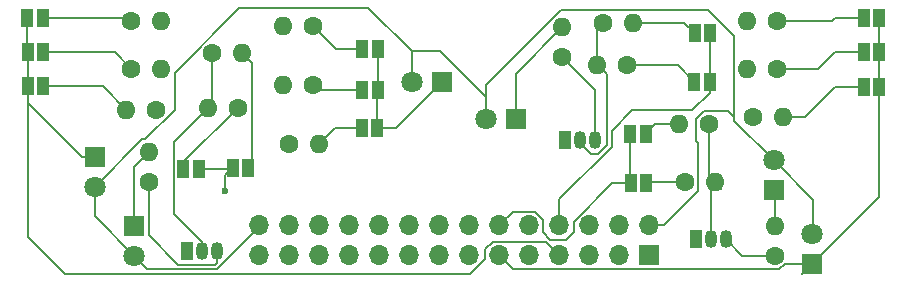
<source format=gbr>
%TF.GenerationSoftware,KiCad,Pcbnew,8.0.0*%
%TF.CreationDate,2024-03-28T15:17:03+02:00*%
%TF.ProjectId,EEE3088F_MHMZAM005_Sensing,45454533-3038-4384-965f-4d484d5a414d,rev?*%
%TF.SameCoordinates,Original*%
%TF.FileFunction,Copper,L1,Top*%
%TF.FilePolarity,Positive*%
%FSLAX46Y46*%
G04 Gerber Fmt 4.6, Leading zero omitted, Abs format (unit mm)*
G04 Created by KiCad (PCBNEW 8.0.0) date 2024-03-28 15:17:03*
%MOMM*%
%LPD*%
G01*
G04 APERTURE LIST*
%TA.AperFunction,SMDPad,CuDef*%
%ADD10R,1.000000X1.500000*%
%TD*%
%TA.AperFunction,ComponentPad*%
%ADD11C,1.600000*%
%TD*%
%TA.AperFunction,ComponentPad*%
%ADD12O,1.600000X1.600000*%
%TD*%
%TA.AperFunction,ComponentPad*%
%ADD13R,1.800000X1.800000*%
%TD*%
%TA.AperFunction,ComponentPad*%
%ADD14C,1.800000*%
%TD*%
%TA.AperFunction,ComponentPad*%
%ADD15R,1.050000X1.500000*%
%TD*%
%TA.AperFunction,ComponentPad*%
%ADD16O,1.050000X1.500000*%
%TD*%
%TA.AperFunction,ComponentPad*%
%ADD17R,1.700000X1.700000*%
%TD*%
%TA.AperFunction,ComponentPad*%
%ADD18O,1.700000X1.700000*%
%TD*%
%TA.AperFunction,ViaPad*%
%ADD19C,0.600000*%
%TD*%
%TA.AperFunction,Conductor*%
%ADD20C,0.200000*%
%TD*%
G04 APERTURE END LIST*
D10*
%TO.P,JP4,1,A*%
%TO.N,PA4*%
X82150000Y-67700000D03*
%TO.P,JP4,2,B*%
%TO.N,Net-(JP4-B)*%
X83450000Y-67700000D03*
%TD*%
D11*
%TO.P,R7,1*%
%TO.N,Net-(JP7-B)*%
X145640000Y-68000000D03*
D12*
%TO.P,R7,2*%
%TO.N,GND*%
X143100000Y-68000000D03*
%TD*%
D13*
%TO.P,D1,1,1*%
%TO.N,Net-(D1-Pad1)*%
X123475000Y-76275000D03*
D14*
%TO.P,D1,2,2*%
%TO.N,3V3*%
X120935000Y-76275000D03*
%TD*%
D11*
%TO.P,R11,1*%
%TO.N,Net-(JP11-B)*%
X132945000Y-71700000D03*
D12*
%TO.P,R11,2*%
%TO.N,Net-(Q4-B)*%
X130405000Y-71700000D03*
%TD*%
D11*
%TO.P,R10,1*%
%TO.N,Net-(Q4-B)*%
X130900000Y-68100000D03*
D12*
%TO.P,R10,2*%
%TO.N,Net-(JP10-B)*%
X133440000Y-68100000D03*
%TD*%
D11*
%TO.P,R2,1*%
%TO.N,Net-(JP2-B)*%
X106340000Y-73400000D03*
D12*
%TO.P,R2,2*%
%TO.N,GND*%
X103800000Y-73400000D03*
%TD*%
D10*
%TO.P,JP1,1,A*%
%TO.N,PA3*%
X111800000Y-70300000D03*
%TO.P,JP1,2,B*%
%TO.N,Net-(JP1-B)*%
X110500000Y-70300000D03*
%TD*%
%TO.P,JP15,1,A*%
%TO.N,PE13*%
X133250000Y-81700000D03*
%TO.P,JP15,2,B*%
%TO.N,Net-(JP15-B)*%
X134550000Y-81700000D03*
%TD*%
%TO.P,JP13,1,A*%
%TO.N,PE14*%
X96650000Y-80500000D03*
%TO.P,JP13,2,B*%
%TO.N,Net-(JP13-B)*%
X95350000Y-80500000D03*
%TD*%
%TO.P,JP2,1,A*%
%TO.N,PA3*%
X111800000Y-73800000D03*
%TO.P,JP2,2,B*%
%TO.N,Net-(JP2-B)*%
X110500000Y-73800000D03*
%TD*%
D11*
%TO.P,R8,1*%
%TO.N,Net-(JP8-B)*%
X145640000Y-72050000D03*
D12*
%TO.P,R8,2*%
%TO.N,GND*%
X143100000Y-72050000D03*
%TD*%
D13*
%TO.P,Q1,1*%
%TO.N,PA3*%
X117250000Y-73125000D03*
D14*
%TO.P,Q1,2*%
%TO.N,3V3*%
X114710000Y-73125000D03*
%TD*%
D10*
%TO.P,JP7,1,A*%
%TO.N,PA5*%
X154250000Y-67700000D03*
%TO.P,JP7,2,B*%
%TO.N,Net-(JP7-B)*%
X152950000Y-67700000D03*
%TD*%
D13*
%TO.P,Q2,1*%
%TO.N,PA4*%
X87825000Y-79450000D03*
D14*
%TO.P,Q2,2*%
%TO.N,3V3*%
X87825000Y-81990000D03*
%TD*%
D11*
%TO.P,R4,1*%
%TO.N,Net-(JP4-B)*%
X90955000Y-67950000D03*
D12*
%TO.P,R4,2*%
%TO.N,GND*%
X93495000Y-67950000D03*
%TD*%
D11*
%TO.P,R6,1*%
%TO.N,GND*%
X93045000Y-75500000D03*
D12*
%TO.P,R6,2*%
%TO.N,Net-(JP6-B)*%
X90505000Y-75500000D03*
%TD*%
D10*
%TO.P,JP5,1,A*%
%TO.N,PA4*%
X82200000Y-70600000D03*
%TO.P,JP5,2,B*%
%TO.N,Net-(JP5-B)*%
X83500000Y-70600000D03*
%TD*%
%TO.P,JP11,1,A*%
%TO.N,PE15*%
X139900000Y-73100000D03*
%TO.P,JP11,2,B*%
%TO.N,Net-(JP11-B)*%
X138600000Y-73100000D03*
%TD*%
D11*
%TO.P,RLED2,1*%
%TO.N,Net-(Q5-C)*%
X92400000Y-81640000D03*
D12*
%TO.P,RLED2,2*%
%TO.N,Net-(D2-Pad1)*%
X92400000Y-79100000D03*
%TD*%
D11*
%TO.P,R9,1*%
%TO.N,GND*%
X143550000Y-76100000D03*
D12*
%TO.P,R9,2*%
%TO.N,Net-(JP9-B)*%
X146090000Y-76100000D03*
%TD*%
D10*
%TO.P,JP9,1,A*%
%TO.N,PA5*%
X154250000Y-73550000D03*
%TO.P,JP9,2,B*%
%TO.N,Net-(JP9-B)*%
X152950000Y-73550000D03*
%TD*%
D11*
%TO.P,R13,1*%
%TO.N,Net-(JP13-B)*%
X99985000Y-75300000D03*
D12*
%TO.P,R13,2*%
%TO.N,Net-(Q5-B)*%
X97445000Y-75300000D03*
%TD*%
D11*
%TO.P,R5,1*%
%TO.N,Net-(JP5-B)*%
X90955000Y-72000000D03*
D12*
%TO.P,R5,2*%
%TO.N,GND*%
X93495000Y-72000000D03*
%TD*%
D11*
%TO.P,R15,1*%
%TO.N,Net-(JP15-B)*%
X137800000Y-81600000D03*
D12*
%TO.P,R15,2*%
%TO.N,Net-(Q6-B)*%
X140340000Y-81600000D03*
%TD*%
D10*
%TO.P,JP6,1,A*%
%TO.N,PA4*%
X82200000Y-73500000D03*
%TO.P,JP6,2,B*%
%TO.N,Net-(JP6-B)*%
X83500000Y-73500000D03*
%TD*%
D11*
%TO.P,R14,1*%
%TO.N,Net-(Q6-B)*%
X139845000Y-76700000D03*
D12*
%TO.P,R14,2*%
%TO.N,Net-(JP14-B)*%
X137305000Y-76700000D03*
%TD*%
D11*
%TO.P,R12,1*%
%TO.N,Net-(Q5-B)*%
X97800000Y-70700000D03*
D12*
%TO.P,R12,2*%
%TO.N,Net-(JP12-B)*%
X100340000Y-70700000D03*
%TD*%
D15*
%TO.P,Q4,1,E*%
%TO.N,GND*%
X127660000Y-78060000D03*
D16*
%TO.P,Q4,2,B*%
%TO.N,Net-(Q4-B)*%
X128930000Y-78060000D03*
%TO.P,Q4,3,C*%
%TO.N,Net-(Q4-C)*%
X130200000Y-78060000D03*
%TD*%
D11*
%TO.P,R3,1*%
%TO.N,GND*%
X104260000Y-78400000D03*
D12*
%TO.P,R3,2*%
%TO.N,Net-(JP3-B)*%
X106800000Y-78400000D03*
%TD*%
D10*
%TO.P,JP10,1,A*%
%TO.N,PE15*%
X139950000Y-69000000D03*
%TO.P,JP10,2,B*%
%TO.N,Net-(JP10-B)*%
X138650000Y-69000000D03*
%TD*%
D15*
%TO.P,Q6,1,E*%
%TO.N,GND*%
X138730000Y-86460000D03*
D16*
%TO.P,Q6,2,B*%
%TO.N,Net-(Q6-B)*%
X140000000Y-86460000D03*
%TO.P,Q6,3,C*%
%TO.N,Net-(Q6-C)*%
X141270000Y-86460000D03*
%TD*%
D13*
%TO.P,D3,1,1*%
%TO.N,Net-(D3-Pad1)*%
X145325000Y-82275000D03*
D14*
%TO.P,D3,2,2*%
%TO.N,3V3*%
X145325000Y-79735000D03*
%TD*%
D10*
%TO.P,JP14,1,A*%
%TO.N,PE13*%
X133200000Y-77500000D03*
%TO.P,JP14,2,B*%
%TO.N,Net-(JP14-B)*%
X134500000Y-77500000D03*
%TD*%
%TO.P,JP3,1,A*%
%TO.N,PA3*%
X111745000Y-77000000D03*
%TO.P,JP3,2,B*%
%TO.N,Net-(JP3-B)*%
X110445000Y-77000000D03*
%TD*%
D13*
%TO.P,D2,1,1*%
%TO.N,Net-(D2-Pad1)*%
X91175000Y-85325000D03*
D14*
%TO.P,D2,2,2*%
%TO.N,3V3*%
X91175000Y-87865000D03*
%TD*%
D13*
%TO.P,Q3,1*%
%TO.N,PA5*%
X148600000Y-88540000D03*
D14*
%TO.P,Q3,2*%
%TO.N,3V3*%
X148600000Y-86000000D03*
%TD*%
D10*
%TO.P,JP12,1,A*%
%TO.N,PE14*%
X99550000Y-80400000D03*
%TO.P,JP12,2,B*%
%TO.N,Net-(JP12-B)*%
X100850000Y-80400000D03*
%TD*%
D11*
%TO.P,R1,1*%
%TO.N,Net-(JP1-B)*%
X106340000Y-68400000D03*
D12*
%TO.P,R1,2*%
%TO.N,GND*%
X103800000Y-68400000D03*
%TD*%
D11*
%TO.P,RLED1,1*%
%TO.N,Net-(Q4-C)*%
X127400000Y-71045000D03*
D12*
%TO.P,RLED1,2*%
%TO.N,Net-(D1-Pad1)*%
X127400000Y-68505000D03*
%TD*%
D11*
%TO.P,RLED3,1*%
%TO.N,Net-(Q6-C)*%
X145400000Y-87845000D03*
D12*
%TO.P,RLED3,2*%
%TO.N,Net-(D3-Pad1)*%
X145400000Y-85305000D03*
%TD*%
D10*
%TO.P,JP8,1,A*%
%TO.N,PA5*%
X154250000Y-70600000D03*
%TO.P,JP8,2,B*%
%TO.N,Net-(JP8-B)*%
X152950000Y-70600000D03*
%TD*%
D15*
%TO.P,Q5,1,E*%
%TO.N,GND*%
X95630000Y-87460000D03*
D16*
%TO.P,Q5,2,B*%
%TO.N,Net-(Q5-B)*%
X96900000Y-87460000D03*
%TO.P,Q5,3,C*%
%TO.N,Net-(Q5-C)*%
X98170000Y-87460000D03*
%TD*%
D17*
%TO.P,J1,1,Pin_1*%
%TO.N,unconnected-(J1-Pin_1-Pad1)*%
X134800000Y-87800000D03*
D18*
%TO.P,J1,2,Pin_2*%
%TO.N,3V3*%
X134800000Y-85260000D03*
%TO.P,J1,3,Pin_3*%
%TO.N,GND*%
X132260000Y-87800000D03*
%TO.P,J1,4,Pin_4*%
%TO.N,BATT*%
X132260000Y-85260000D03*
%TO.P,J1,5,Pin_5*%
%TO.N,PA3*%
X129720000Y-87800000D03*
%TO.P,J1,6,Pin_6*%
%TO.N,unconnected-(J1-Pin_6-Pad6)*%
X129720000Y-85260000D03*
%TO.P,J1,7,Pin_7*%
%TO.N,PA4*%
X127180000Y-87800000D03*
%TO.P,J1,8,Pin_8*%
%TO.N,PE15*%
X127180000Y-85260000D03*
%TO.P,J1,9,Pin_9*%
%TO.N,GND*%
X124640000Y-87800000D03*
%TO.P,J1,10,Pin_10*%
%TO.N,PE14*%
X124640000Y-85260000D03*
%TO.P,J1,11,Pin_11*%
%TO.N,PA5*%
X122100000Y-87800000D03*
%TO.P,J1,12,Pin_12*%
%TO.N,PE13*%
X122100000Y-85260000D03*
%TO.P,J1,13,Pin_13*%
%TO.N,unconnected-(J1-Pin_13-Pad13)*%
X119560000Y-87800000D03*
%TO.P,J1,14,Pin_14*%
%TO.N,unconnected-(J1-Pin_14-Pad14)*%
X119560000Y-85260000D03*
%TO.P,J1,15,Pin_15*%
%TO.N,GND*%
X117020000Y-87800000D03*
%TO.P,J1,16,Pin_16*%
%TO.N,unconnected-(J1-Pin_16-Pad16)*%
X117020000Y-85260000D03*
%TO.P,J1,17,Pin_17*%
%TO.N,unconnected-(J1-Pin_17-Pad17)*%
X114480000Y-87800000D03*
%TO.P,J1,18,Pin_18*%
%TO.N,unconnected-(J1-Pin_18-Pad18)*%
X114480000Y-85260000D03*
%TO.P,J1,19,Pin_19*%
%TO.N,unconnected-(J1-Pin_19-Pad19)*%
X111940000Y-87800000D03*
%TO.P,J1,20,Pin_20*%
%TO.N,unconnected-(J1-Pin_20-Pad20)*%
X111940000Y-85260000D03*
%TO.P,J1,21,Pin_21*%
%TO.N,GND*%
X109400000Y-87800000D03*
%TO.P,J1,22,Pin_22*%
%TO.N,unconnected-(J1-Pin_22-Pad22)*%
X109400000Y-85260000D03*
%TO.P,J1,23,Pin_23*%
%TO.N,unconnected-(J1-Pin_23-Pad23)*%
X106860000Y-87800000D03*
%TO.P,J1,24,Pin_24*%
%TO.N,unconnected-(J1-Pin_24-Pad24)*%
X106860000Y-85260000D03*
%TO.P,J1,25,Pin_25*%
%TO.N,unconnected-(J1-Pin_25-Pad25)*%
X104320000Y-87800000D03*
%TO.P,J1,26,Pin_26*%
%TO.N,BATT*%
X104320000Y-85260000D03*
%TO.P,J1,27,Pin_27*%
%TO.N,GND*%
X101780000Y-87800000D03*
%TO.P,J1,28,Pin_28*%
%TO.N,3V3*%
X101780000Y-85260000D03*
%TD*%
D19*
%TO.N,PE14*%
X98900000Y-82400000D03*
%TD*%
D20*
%TO.N,3V3*%
X148675000Y-85910000D02*
X148675000Y-83085000D01*
X98165685Y-89000000D02*
X92310000Y-89000000D01*
X141500000Y-75600000D02*
X142000000Y-76100000D01*
X91815000Y-78000000D02*
X87825000Y-81990000D01*
X138745000Y-76244365D02*
X139389365Y-75600000D01*
X111015000Y-66850000D02*
X100094365Y-66850000D01*
X92310000Y-89000000D02*
X91175000Y-87865000D01*
X94600000Y-75500635D02*
X92100635Y-78000000D01*
X127349365Y-67000000D02*
X120935000Y-73414365D01*
X114710000Y-70545000D02*
X117070000Y-70545000D01*
X120360000Y-75700000D02*
X120935000Y-76275000D01*
X114710000Y-70545000D02*
X114710000Y-73125000D01*
X114750000Y-73125000D02*
X114625000Y-73125000D01*
X145325000Y-79735000D02*
X142000000Y-76410000D01*
X100094365Y-66850000D02*
X94600000Y-72344365D01*
X136002081Y-85260000D02*
X138900000Y-82362081D01*
X138745000Y-78134365D02*
X138745000Y-76244365D01*
X87825000Y-81990000D02*
X87825000Y-84515000D01*
X101780000Y-85385686D02*
X98165685Y-89000000D01*
X138900000Y-82362081D02*
X138900000Y-78289365D01*
X94600000Y-72344365D02*
X94600000Y-75500635D01*
X117070000Y-70545000D02*
X120935000Y-74410000D01*
X92100635Y-78000000D02*
X91815000Y-78000000D01*
X142000000Y-76410000D02*
X142000000Y-76100000D01*
X139389365Y-75600000D02*
X141500000Y-75600000D01*
X139800000Y-67000000D02*
X127349365Y-67000000D01*
X148675000Y-83085000D02*
X145325000Y-79735000D01*
X87825000Y-84515000D02*
X91175000Y-87865000D01*
X142000000Y-69200000D02*
X139800000Y-67000000D01*
X120935000Y-74410000D02*
X120935000Y-76275000D01*
X120935000Y-73414365D02*
X120935000Y-76275000D01*
X111015000Y-66850000D02*
X114710000Y-70545000D01*
X142000000Y-76100000D02*
X142000000Y-69200000D01*
X138900000Y-78289365D02*
X138745000Y-78134365D01*
X134800000Y-85260000D02*
X136002081Y-85260000D01*
X101780000Y-85260000D02*
X101780000Y-85385686D01*
%TO.N,PE14*%
X99550000Y-80400000D02*
X98900863Y-81049137D01*
X98900863Y-81049137D02*
X98900863Y-82399137D01*
X98900863Y-82399137D02*
X98900000Y-82400000D01*
X96650000Y-80500000D02*
X99450000Y-80500000D01*
X99450000Y-80500000D02*
X99550000Y-80400000D01*
%TO.N,PE13*%
X128400000Y-84953654D02*
X128400000Y-85800000D01*
X133250000Y-81700000D02*
X131653654Y-81700000D01*
X127722843Y-86477157D02*
X126422843Y-86477157D01*
X125790000Y-85844314D02*
X125790000Y-84783654D01*
X126422843Y-86477157D02*
X125790000Y-85844314D01*
X133200000Y-81650000D02*
X133250000Y-81700000D01*
X125790000Y-84783654D02*
X125116346Y-84110000D01*
X131653654Y-81700000D02*
X128400000Y-84953654D01*
X125116346Y-84110000D02*
X123250000Y-84110000D01*
X133200000Y-77500000D02*
X133200000Y-81650000D01*
X123250000Y-84110000D02*
X122100000Y-85260000D01*
X128400000Y-85800000D02*
X127722843Y-86477157D01*
%TO.N,PA4*%
X87825000Y-79450000D02*
X86725000Y-79450000D01*
X126030000Y-86650000D02*
X127180000Y-87800000D01*
X82150000Y-70550000D02*
X82200000Y-70600000D01*
X85300000Y-89400000D02*
X119586346Y-89400000D01*
X82150000Y-67700000D02*
X82150000Y-70550000D01*
X120900000Y-88086346D02*
X120900000Y-87300000D01*
X82200000Y-73500000D02*
X82200000Y-86300000D01*
X86725000Y-79450000D02*
X82200000Y-74925000D01*
X120900000Y-87300000D02*
X121550000Y-86650000D01*
X119586346Y-89400000D02*
X120900000Y-88086346D01*
X82200000Y-74925000D02*
X82200000Y-73500000D01*
X82200000Y-70600000D02*
X82200000Y-73500000D01*
X82200000Y-86300000D02*
X85300000Y-89400000D01*
X121550000Y-86650000D02*
X126030000Y-86650000D01*
%TO.N,PA5*%
X154250000Y-67700000D02*
X154250000Y-70600000D01*
X154250000Y-73550000D02*
X154250000Y-70600000D01*
X148600000Y-88540000D02*
X154250000Y-82890000D01*
X148675000Y-88450000D02*
X147730000Y-89395000D01*
X123295000Y-88995000D02*
X122100000Y-87800000D01*
X145805635Y-88995000D02*
X123295000Y-88995000D01*
X154250000Y-82890000D02*
X154250000Y-73550000D01*
X148600000Y-88540000D02*
X146260635Y-88540000D01*
X146260635Y-88540000D02*
X145805635Y-88995000D01*
%TO.N,PA3*%
X111800000Y-73855000D02*
X111745000Y-73910000D01*
X111745000Y-73910000D02*
X111745000Y-77000000D01*
X111800000Y-70300000D02*
X111800000Y-73800000D01*
X113375000Y-77000000D02*
X117250000Y-73125000D01*
X111800000Y-73800000D02*
X111800000Y-73855000D01*
X111745000Y-77000000D02*
X113375000Y-77000000D01*
%TO.N,PE15*%
X131604999Y-77245001D02*
X133305000Y-75545000D01*
X127180000Y-85260000D02*
X127180000Y-83037412D01*
X131604999Y-78612413D02*
X131604999Y-77245001D01*
X139950000Y-73050000D02*
X139900000Y-73100000D01*
X139950000Y-69000000D02*
X139950000Y-73050000D01*
X127180000Y-83037412D02*
X131604999Y-78612413D01*
X133305000Y-75545000D02*
X138405000Y-75545000D01*
X138405000Y-75545000D02*
X139900000Y-74050000D01*
X139900000Y-74050000D02*
X139900000Y-73100000D01*
%TO.N,Net-(JP1-B)*%
X108240000Y-70300000D02*
X106340000Y-68400000D01*
X110500000Y-70300000D02*
X108240000Y-70300000D01*
%TO.N,Net-(JP2-B)*%
X110500000Y-73800000D02*
X106740000Y-73800000D01*
X106740000Y-73800000D02*
X106340000Y-73400000D01*
%TO.N,Net-(JP3-B)*%
X108200000Y-77000000D02*
X106800000Y-78400000D01*
X110445000Y-77000000D02*
X108200000Y-77000000D01*
%TO.N,Net-(JP4-B)*%
X90705000Y-67700000D02*
X90955000Y-67950000D01*
X83450000Y-67700000D02*
X90705000Y-67700000D01*
%TO.N,Net-(JP5-B)*%
X83500000Y-70600000D02*
X89555000Y-70600000D01*
X89555000Y-70600000D02*
X90955000Y-72000000D01*
%TO.N,Net-(JP6-B)*%
X83500000Y-73500000D02*
X88505000Y-73500000D01*
X88505000Y-73500000D02*
X90505000Y-75500000D01*
%TO.N,Net-(JP7-B)*%
X152950000Y-67700000D02*
X150540000Y-67700000D01*
X150540000Y-67700000D02*
X150240000Y-68000000D01*
X145640000Y-68000000D02*
X150240000Y-68000000D01*
%TO.N,Net-(JP8-B)*%
X145640000Y-72050000D02*
X149090000Y-72050000D01*
X149090000Y-72050000D02*
X150540000Y-70600000D01*
X150540000Y-70600000D02*
X152950000Y-70600000D01*
%TO.N,Net-(JP9-B)*%
X147990000Y-76100000D02*
X150540000Y-73550000D01*
X146090000Y-76100000D02*
X147990000Y-76100000D01*
X150540000Y-73550000D02*
X152950000Y-73550000D01*
%TO.N,Net-(JP10-B)*%
X137750000Y-68100000D02*
X138650000Y-69000000D01*
X133440000Y-68100000D02*
X137750000Y-68100000D01*
%TO.N,Net-(JP11-B)*%
X132945000Y-71700000D02*
X137200000Y-71700000D01*
X137200000Y-71700000D02*
X138600000Y-73100000D01*
%TO.N,Net-(JP12-B)*%
X101139999Y-80110001D02*
X100850000Y-80400000D01*
X100340000Y-70700000D02*
X101139999Y-71499999D01*
X101139999Y-71499999D02*
X101139999Y-80110001D01*
%TO.N,Net-(JP13-B)*%
X95350000Y-80500000D02*
X95350000Y-79935000D01*
X95350000Y-79935000D02*
X99985000Y-75300000D01*
%TO.N,Net-(JP14-B)*%
X136805000Y-77200000D02*
X137305000Y-76700000D01*
X135300000Y-76700000D02*
X134500000Y-77500000D01*
X137305000Y-76700000D02*
X135300000Y-76700000D01*
%TO.N,Net-(JP15-B)*%
X137800000Y-81600000D02*
X134650000Y-81600000D01*
X134650000Y-81600000D02*
X134550000Y-81700000D01*
%TO.N,Net-(Q4-C)*%
X130200000Y-73845000D02*
X130200000Y-78060000D01*
X127400000Y-71045000D02*
X130200000Y-73845000D01*
%TO.N,Net-(Q4-B)*%
X130405000Y-68595000D02*
X130900000Y-68100000D01*
X129845000Y-79200000D02*
X128930000Y-78285000D01*
X131204999Y-72499999D02*
X131204999Y-78446727D01*
X130405000Y-71700000D02*
X131204999Y-72499999D01*
X130451726Y-79200000D02*
X129845000Y-79200000D01*
X131204999Y-78446727D02*
X130451726Y-79200000D01*
X130405000Y-71700000D02*
X130405000Y-68595000D01*
X128930000Y-78285000D02*
X128930000Y-78060000D01*
%TO.N,Net-(Q5-C)*%
X94895000Y-88600000D02*
X92400000Y-86105000D01*
X98170000Y-88430000D02*
X98000000Y-88600000D01*
X98000000Y-88600000D02*
X94895000Y-88600000D01*
X98170000Y-87460000D02*
X98170000Y-88430000D01*
X92400000Y-86105000D02*
X92400000Y-81640000D01*
%TO.N,Net-(Q5-B)*%
X97800000Y-74945000D02*
X97445000Y-75300000D01*
X96900000Y-86700000D02*
X96900000Y-87460000D01*
X94550000Y-78195000D02*
X94550000Y-84350000D01*
X94550000Y-84350000D02*
X96900000Y-86700000D01*
X97800000Y-70700000D02*
X97800000Y-74945000D01*
X97445000Y-75300000D02*
X94550000Y-78195000D01*
%TO.N,Net-(Q6-C)*%
X142655000Y-87845000D02*
X141270000Y-86460000D01*
X145400000Y-87845000D02*
X142655000Y-87845000D01*
%TO.N,Net-(Q6-B)*%
X139845000Y-81105000D02*
X140340000Y-81600000D01*
X139845000Y-76700000D02*
X139845000Y-81105000D01*
X140000000Y-86460000D02*
X140000000Y-81940000D01*
X140000000Y-81940000D02*
X140340000Y-81600000D01*
X140900000Y-82160000D02*
X140340000Y-81600000D01*
%TO.N,Net-(D1-Pad1)*%
X123475000Y-72430000D02*
X127400000Y-68505000D01*
X123475000Y-76275000D02*
X123475000Y-72430000D01*
%TO.N,Net-(D2-Pad1)*%
X91175000Y-85325000D02*
X91175000Y-80325000D01*
X91175000Y-80325000D02*
X92400000Y-79100000D01*
%TO.N,Net-(D3-Pad1)*%
X145400000Y-82350000D02*
X145325000Y-82275000D01*
X145700000Y-82650000D02*
X145325000Y-82275000D01*
X145400000Y-85305000D02*
X145400000Y-82350000D01*
%TD*%
M02*

</source>
